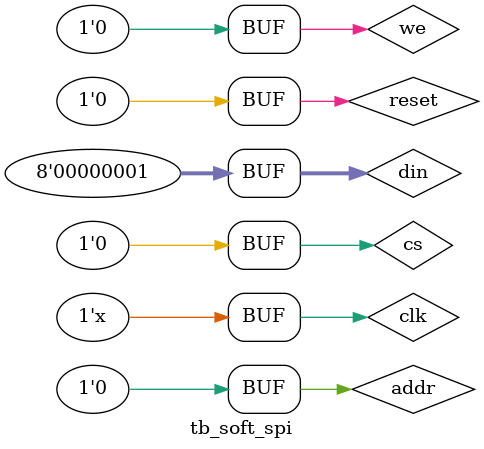
<source format=v>

`timescale 1ns/1ps
`default_nettype none

module tb_soft_spi;
    reg clk;
    reg reset;
	reg cs;
	reg we;
	reg addr;
	reg [7:0] din;
	wire [7:0] dout;
	wire irq, rdy;
    wire spi0_mosi, spi0_miso, spi0_sclk, spi0_cs0;
	wire [3:0] spi_diag;
	
    // clock source
    always
        #50 clk = ~clk;
	
	assign spi0_miso = spi0_mosi;
    
    // reset
    initial
    begin
`ifdef icarus
  		$dumpfile("tb_soft_spi.vcd");
		$dumpvars;
`endif
        
        // init regs
        clk = 1'b0;
        reset = 1'b1;
        cs = 1'b0;
		we = 1'b0;
		addr = 1'b0;
		din = 8'h00;
		
        // release reset
        #200
        reset = 1'b0;
		
		// lower cs0
		#500
		cs = 1'b1;
		we = 1'b1;
		#100
		cs = 1'b0;
		we = 1'b0;
		
		// send AA
		#100
		din = 8'hAA;
		addr = 1'b1;
		cs = 1'b1;
		we = 1'b1;
		#100
		cs = 1'b0;
		we = 1'b0;
		
		// read status
		#400
		addr = 1'b0;
		cs = 1'b1;
		#100
		cs = 1'b0;
	
		// read data
		#2000
		addr = 1'b1;
		cs = 1'b1;
		#100
		cs = 1'b0;
		
		// raise cs0
		#500
		addr = 1'b0;
		din = 8'h01;
		cs = 1'b1;
		we = 1'b1;
		#100
		cs = 1'b0;
		we = 1'b0;

`ifdef icarus
        // stop after 1 sec
		#10000000 $finish;
`endif
    end
    
    // Unit under test
	soft_spi uut(
		.clk(clk),				// system clock
		.rst(reset),			// system reset
		.cs(cs),				// chip select
		.we(we),				// write enable
		.addr(addr),			// address
		.din(din),				// data bus input
		.dout(dout),			// data bus output
		.rdy(rdy),				// processor stall
		.irq(irq),				// interrupt request
		.spi0_mosi(spi0_mosi),	// spi core 0 mosi
		.spi0_miso(spi0_miso),	// spi core 0 miso
		.spi0_sclk(spi0_sclk),	// spi core 0 sclk
		.spi0_cs0(spi0_cs0),	// spi core 0 cs
		.diag(spi_diag)			// spi diag bits
	);
endmodule

</source>
